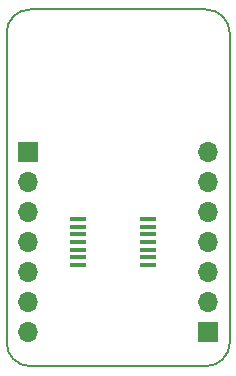
<source format=gbr>
G04 #@! TF.GenerationSoftware,KiCad,Pcbnew,5.1.6-c6e7f7d~86~ubuntu20.04.1*
G04 #@! TF.CreationDate,2020-05-17T01:17:02+03:00*
G04 #@! TF.ProjectId,BRK-TSSOP-14-4.4x5-P0.65,42524b2d-5453-4534-9f50-2d31342d342e,v1.0*
G04 #@! TF.SameCoordinates,Original*
G04 #@! TF.FileFunction,Soldermask,Top*
G04 #@! TF.FilePolarity,Negative*
%FSLAX46Y46*%
G04 Gerber Fmt 4.6, Leading zero omitted, Abs format (unit mm)*
G04 Created by KiCad (PCBNEW 5.1.6-c6e7f7d~86~ubuntu20.04.1) date 2020-05-17 01:17:02*
%MOMM*%
%LPD*%
G01*
G04 APERTURE LIST*
G04 #@! TA.AperFunction,Profile*
%ADD10C,0.150000*%
G04 #@! TD*
%ADD11R,1.450000X0.450000*%
%ADD12O,1.700000X1.700000*%
%ADD13R,1.700000X1.700000*%
G04 APERTURE END LIST*
D10*
X53000000Y-78200000D02*
G75*
G02*
X51000000Y-76200000I0J2000000D01*
G01*
X69900000Y-76200000D02*
G75*
G02*
X67900000Y-78200000I-2000000J0D01*
G01*
X67900000Y-48000000D02*
G75*
G02*
X69900000Y-50000000I0J-2000000D01*
G01*
X51000000Y-50000000D02*
G75*
G02*
X53000000Y-48000000I2000000J0D01*
G01*
X67900000Y-78200000D02*
X53000000Y-78200000D01*
X69900000Y-50000000D02*
X69900000Y-76200000D01*
X53000000Y-48000000D02*
X67900000Y-48000000D01*
X51000000Y-76200000D02*
X51000000Y-50000000D01*
D11*
X62950000Y-65730000D03*
X62950000Y-66380000D03*
X62950000Y-67030000D03*
X62950000Y-67680000D03*
X62950000Y-68330000D03*
X62950000Y-68980000D03*
X62950000Y-69630000D03*
X57050000Y-69630000D03*
X57050000Y-68980000D03*
X57050000Y-68330000D03*
X57050000Y-67680000D03*
X57050000Y-67030000D03*
X57050000Y-66380000D03*
X57050000Y-65730000D03*
D12*
X68040000Y-60100000D03*
X68040000Y-62640000D03*
X68040000Y-65180000D03*
X68040000Y-67720000D03*
X68040000Y-70260000D03*
X68040000Y-72800000D03*
D13*
X68040000Y-75340000D03*
D12*
X52800000Y-75340000D03*
X52800000Y-72800000D03*
X52800000Y-70260000D03*
X52800000Y-67720000D03*
X52800000Y-65180000D03*
X52800000Y-62640000D03*
D13*
X52800000Y-60100000D03*
M02*

</source>
